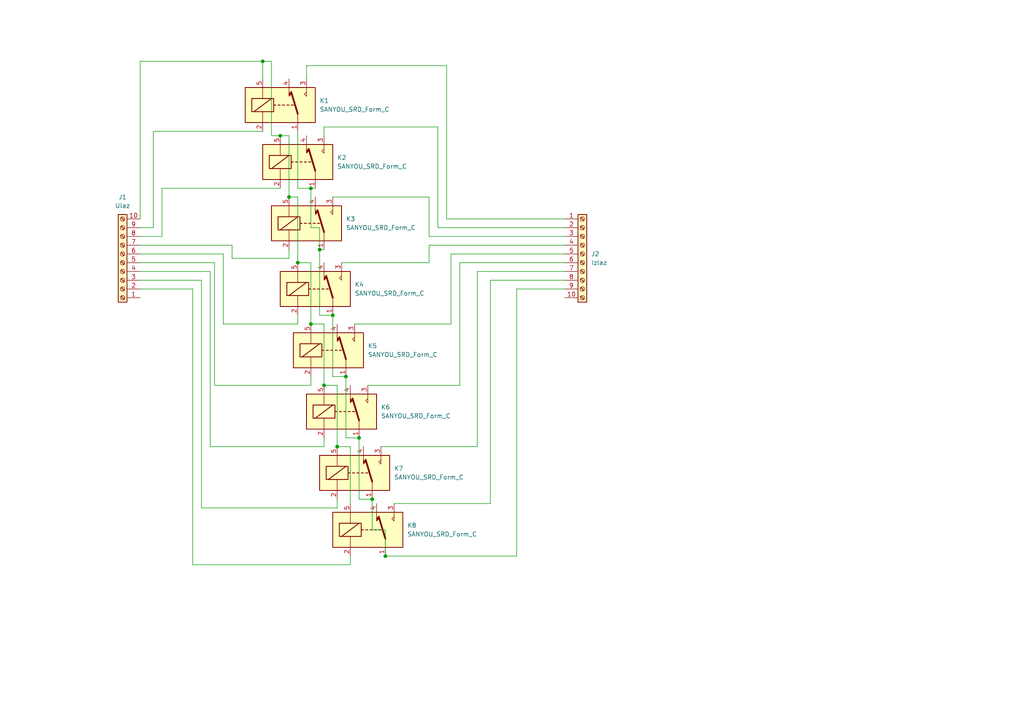
<source format=kicad_sch>
(kicad_sch (version 20230121) (generator eeschema)
  (paper "A4")
  (lib_symbols
    (symbol "Connector:Screw_Terminal_01x10" (pin_names (offset 1.016) hide)
      (property "Reference" "J" (at 0 12.7 0))
      (property "Value" "Screw_Terminal_01x10" (at 0 -15.24 0))
      (symbol "Screw_Terminal_01x10_1_1"
        (rectangle (start -1.27 11.43) (end 1.27 -13.97) (stroke (width 0.254)) (fill (type background)))
        (circle (center 0 -12.7) (radius 0.635) (stroke (width 0.1524)))
        (circle (center 0 -10.16) (radius 0.635) (stroke (width 0.1524)))
        (circle (center 0 -7.62) (radius 0.635) (stroke (width 0.1524)))
        (circle (center 0 -5.08) (radius 0.635) (stroke (width 0.1524)))
        (circle (center 0 -2.54) (radius 0.635) (stroke (width 0.1524)))
        (polyline (pts (xy -0.5334 -12.3698) (xy 0.3302 -13.208)) (stroke (width 0.1524)))
        (polyline (pts (xy -0.5334 -9.8298) (xy 0.3302 -10.668)) (stroke (width 0.1524)))
        (polyline (pts (xy -0.5334 -7.2898) (xy 0.3302 -8.128)) (stroke (width 0.1524)))
        (polyline (pts (xy -0.5334 -4.7498) (xy 0.3302 -5.588)) (stroke (width 0.1524)))
        (polyline (pts (xy -0.5334 -2.2098) (xy 0.3302 -3.048)) (stroke (width 0.1524)))
        (polyline (pts (xy -0.5334 0.3302) (xy 0.3302 -0.508)) (stroke (width 0.1524)))
        (polyline (pts (xy -0.5334 2.8702) (xy 0.3302 2.032)) (stroke (width 0.1524)))
        (polyline (pts (xy -0.5334 5.4102) (xy 0.3302 4.572)) (stroke (width 0.1524)))
        (polyline (pts (xy -0.5334 7.9502) (xy 0.3302 7.112)) (stroke (width 0.1524)))
        (polyline (pts (xy -0.5334 10.4902) (xy 0.3302 9.652)) (stroke (width 0.1524)))
        (polyline (pts (xy -0.3556 -12.192) (xy 0.508 -13.0302)) (stroke (width 0.1524)))
        (polyline (pts (xy -0.3556 -9.652) (xy 0.508 -10.4902)) (stroke (width 0.1524)))
        (polyline (pts (xy -0.3556 -7.112) (xy 0.508 -7.9502)) (stroke (width 0.1524)))
        (polyline (pts (xy -0.3556 -4.572) (xy 0.508 -5.4102)) (stroke (width 0.1524)))
        (polyline (pts (xy -0.3556 -2.032) (xy 0.508 -2.8702)) (stroke (width 0.1524)))
        (polyline (pts (xy -0.3556 0.508) (xy 0.508 -0.3302)) (stroke (width 0.1524)))
        (polyline (pts (xy -0.3556 3.048) (xy 0.508 2.2098)) (stroke (width 0.1524)))
        (polyline (pts (xy -0.3556 5.588) (xy 0.508 4.7498)) (stroke (width 0.1524)))
        (polyline (pts (xy -0.3556 8.128) (xy 0.508 7.2898)) (stroke (width 0.1524)))
        (polyline (pts (xy -0.3556 10.668) (xy 0.508 9.8298)) (stroke (width 0.1524)))
        (circle (center 0 0) (radius 0.635) (stroke (width 0.1524)))
        (circle (center 0 2.54) (radius 0.635) (stroke (width 0.1524)))
        (circle (center 0 5.08) (radius 0.635) (stroke (width 0.1524)))
        (circle (center 0 7.62) (radius 0.635) (stroke (width 0.1524)))
        (circle (center 0 10.16) (radius 0.635) (stroke (width 0.1524)))
        (pin passive line (at -5.08 10.16 0) (length 3.81) (name "Pin_1") (number "1"))
        (pin passive line (at -5.08 -12.7 0) (length 3.81) (name "Pin_10") (number "10"))
        (pin passive line (at -5.08 7.62 0) (length 3.81) (name "Pin_2") (number "2"))
        (pin passive line (at -5.08 5.08 0) (length 3.81) (name "Pin_3") (number "3"))
        (pin passive line (at -5.08 2.54 0) (length 3.81) (name "Pin_4") (number "4"))
        (pin passive line (at -5.08 0 0) (length 3.81) (name "Pin_5") (number "5"))
        (pin passive line (at -5.08 -2.54 0) (length 3.81) (name "Pin_6") (number "6"))
        (pin passive line (at -5.08 -5.08 0) (length 3.81) (name "Pin_7") (number "7"))
        (pin passive line (at -5.08 -7.62 0) (length 3.81) (name "Pin_8") (number "8"))
        (pin passive line (at -5.08 -10.16 0) (length 3.81) (name "Pin_9") (number "9"))
      )
    )
    (symbol "Relay:SANYOU_SRD_Form_C"
      (property "Reference" "K" (at 11.43 3.81 0))
      (property "Value" "SANYOU_SRD_Form_C" (at 11.43 1.27 0))
      (symbol "SANYOU_SRD_Form_C_0_0"
        (polyline (pts (xy 7.62 5.08) (xy 7.62 2.54) (xy 6.985 3.175) (xy 7.62 3.81)))
      )
      (symbol "SANYOU_SRD_Form_C_0_1"
        (rectangle (start -10.16 5.08) (end 10.16 -5.08) (stroke (width 0.254)) (fill (type background)))
        (rectangle (start -8.255 1.905) (end -1.905 -1.905) (stroke (width 0.254)))
        (polyline (pts (xy -7.62 -1.905) (xy -2.54 1.905)) (stroke (width 0.254)))
        (polyline (pts (xy -5.08 -5.08) (xy -5.08 -1.905)))
        (polyline (pts (xy -5.08 5.08) (xy -5.08 1.905)))
        (polyline (pts (xy -1.905 0) (xy -1.27 0)) (stroke (width 0.254)))
        (polyline (pts (xy -0.635 0) (xy 0 0)) (stroke (width 0.254)))
        (polyline (pts (xy 0.635 0) (xy 1.27 0)) (stroke (width 0.254)))
        (polyline (pts (xy 1.905 0) (xy 2.54 0)) (stroke (width 0.254)))
        (polyline (pts (xy 3.175 0) (xy 3.81 0)) (stroke (width 0.254)))
        (polyline (pts (xy 5.08 -2.54) (xy 3.175 3.81)) (stroke (width 0.508)))
        (polyline (pts (xy 5.08 -2.54) (xy 5.08 -5.08)))
      )
      (symbol "SANYOU_SRD_Form_C_1_1"
        (polyline (pts (xy 2.54 3.81) (xy 3.175 3.175) (xy 2.54 2.54) (xy 2.54 5.08)) (fill (type outline)))
        (pin passive line (at 5.08 -7.62 90) (length 2.54) (name "~") (number "1"))
        (pin passive line (at -5.08 -7.62 90) (length 2.54) (name "~") (number "2"))
        (pin passive line (at 7.62 7.62 270) (length 2.54) (name "~") (number "3"))
        (pin passive line (at 2.54 7.62 270) (length 2.54) (name "~") (number "4"))
        (pin passive line (at -5.08 7.62 270) (length 2.54) (name "~") (number "5"))
      )
    )
  )
  (junction (at 107.95 144.78))
  (junction (at 97.79 129.54))
  (junction (at 83.82 57.15))
  (junction (at 81.28 39.37))
  (junction (at 104.14 127))
  (junction (at 93.98 111.76))
  (junction (at 76.2 17.78))
  (junction (at 90.17 93.98))
  (junction (at 100.33 109.22))
  (junction (at 111.76 161.29))
  (junction (at 92.71 72.39))
  (junction (at 90.17 54.61))
  (junction (at 86.36 76.2))
  (junction (at 96.52 91.44))
  (wire (pts (xy 83.82 74.93) (xy 67.31 74.93)))
  (wire (pts (xy 86.36 76.2) (xy 90.17 76.2)))
  (wire (pts (xy 40.64 73.66) (xy 64.77 73.66)))
  (wire (pts (xy 78.74 17.78) (xy 78.74 39.37)))
  (wire (pts (xy 58.42 81.28) (xy 58.42 147.32)))
  (wire (pts (xy 46.99 68.58) (xy 46.99 54.61)))
  (wire (pts (xy 81.28 39.37) (xy 83.82 39.37)))
  (wire (pts (xy 102.87 93.98) (xy 130.81 93.98)))
  (wire (pts (xy 55.88 83.82) (xy 40.64 83.82)))
  (wire (pts (xy 88.9 22.86) (xy 88.9 19.05)))
  (wire (pts (xy 111.76 161.29) (xy 149.86 161.29)))
  (wire (pts (xy 97.79 147.32) (xy 97.79 144.78)))
  (wire (pts (xy 64.77 93.98) (xy 86.36 93.98)))
  (wire (pts (xy 62.23 111.76) (xy 90.17 111.76)))
  (wire (pts (xy 55.88 163.83) (xy 55.88 83.82)))
  (wire (pts (xy 96.52 91.44) (xy 96.52 109.22)))
  (wire (pts (xy 92.71 91.44) (xy 92.71 72.39)))
  (wire (pts (xy 92.71 72.39) (xy 92.71 66.04)))
  (wire (pts (xy 93.98 36.83) (xy 127 36.83)))
  (wire (pts (xy 124.46 71.12) (xy 124.46 76.2)))
  (wire (pts (xy 40.64 78.74) (xy 60.96 78.74)))
  (wire (pts (xy 163.83 78.74) (xy 138.43 78.74)))
  (wire (pts (xy 100.33 109.22) (xy 96.52 109.22)))
  (wire (pts (xy 40.64 81.28) (xy 58.42 81.28)))
  (wire (pts (xy 40.64 63.5) (xy 40.64 17.78)))
  (wire (pts (xy 111.76 153.67) (xy 107.95 153.67)))
  (wire (pts (xy 133.35 76.2) (xy 133.35 111.76)))
  (wire (pts (xy 86.36 57.15) (xy 86.36 76.2)))
  (wire (pts (xy 163.83 68.58) (xy 124.46 68.58)))
  (wire (pts (xy 163.83 66.04) (xy 127 66.04)))
  (wire (pts (xy 138.43 78.74) (xy 138.43 129.54)))
  (wire (pts (xy 60.96 129.54) (xy 93.98 129.54)))
  (wire (pts (xy 97.79 111.76) (xy 97.79 129.54)))
  (wire (pts (xy 58.42 147.32) (xy 97.79 147.32)))
  (wire (pts (xy 83.82 57.15) (xy 86.36 57.15)))
  (wire (pts (xy 104.14 127) (xy 100.33 127)))
  (wire (pts (xy 40.64 76.2) (xy 62.23 76.2)))
  (wire (pts (xy 92.71 72.39) (xy 93.98 72.39)))
  (wire (pts (xy 40.64 17.78) (xy 76.2 17.78)))
  (wire (pts (xy 107.95 153.67) (xy 107.95 144.78)))
  (wire (pts (xy 104.14 144.78) (xy 104.14 127)))
  (wire (pts (xy 62.23 76.2) (xy 62.23 111.76)))
  (wire (pts (xy 96.52 57.15) (xy 124.46 57.15)))
  (wire (pts (xy 101.6 129.54) (xy 101.6 146.05)))
  (wire (pts (xy 90.17 66.04) (xy 90.17 54.61)))
  (wire (pts (xy 76.2 17.78) (xy 76.2 22.86)))
  (wire (pts (xy 64.77 73.66) (xy 64.77 93.98)))
  (wire (pts (xy 127 66.04) (xy 127 36.83)))
  (wire (pts (xy 88.9 19.05) (xy 129.54 19.05)))
  (wire (pts (xy 106.68 111.76) (xy 133.35 111.76)))
  (wire (pts (xy 90.17 111.76) (xy 90.17 109.22)))
  (wire (pts (xy 107.95 144.78) (xy 104.14 144.78)))
  (wire (pts (xy 86.36 93.98) (xy 86.36 91.44)))
  (wire (pts (xy 130.81 73.66) (xy 130.81 93.98)))
  (wire (pts (xy 90.17 93.98) (xy 93.98 93.98)))
  (wire (pts (xy 93.98 39.37) (xy 93.98 36.83)))
  (wire (pts (xy 90.17 76.2) (xy 90.17 93.98)))
  (wire (pts (xy 124.46 68.58) (xy 124.46 57.15)))
  (wire (pts (xy 76.2 38.1) (xy 44.45 38.1)))
  (wire (pts (xy 92.71 66.04) (xy 90.17 66.04)))
  (wire (pts (xy 90.17 54.61) (xy 91.44 54.61)))
  (wire (pts (xy 149.86 83.82) (xy 163.83 83.82)))
  (wire (pts (xy 130.81 73.66) (xy 163.83 73.66)))
  (wire (pts (xy 142.24 81.28) (xy 163.83 81.28)))
  (wire (pts (xy 83.82 39.37) (xy 83.82 57.15)))
  (wire (pts (xy 93.98 111.76) (xy 97.79 111.76)))
  (wire (pts (xy 76.2 17.78) (xy 78.74 17.78)))
  (wire (pts (xy 90.17 54.61) (xy 86.36 54.61)))
  (wire (pts (xy 114.3 146.05) (xy 142.24 146.05)))
  (wire (pts (xy 78.74 39.37) (xy 81.28 39.37)))
  (wire (pts (xy 96.52 91.44) (xy 92.71 91.44)))
  (wire (pts (xy 86.36 54.61) (xy 86.36 38.1)))
  (wire (pts (xy 129.54 63.5) (xy 163.83 63.5)))
  (wire (pts (xy 67.31 74.93) (xy 67.31 71.12)))
  (wire (pts (xy 100.33 127) (xy 100.33 109.22)))
  (wire (pts (xy 40.64 68.58) (xy 46.99 68.58)))
  (wire (pts (xy 83.82 72.39) (xy 83.82 74.93)))
  (wire (pts (xy 163.83 71.12) (xy 124.46 71.12)))
  (wire (pts (xy 44.45 38.1) (xy 44.45 66.04)))
  (wire (pts (xy 44.45 66.04) (xy 40.64 66.04)))
  (wire (pts (xy 111.76 161.29) (xy 111.76 153.67)))
  (wire (pts (xy 60.96 78.74) (xy 60.96 129.54)))
  (wire (pts (xy 110.49 129.54) (xy 138.43 129.54)))
  (wire (pts (xy 149.86 83.82) (xy 149.86 161.29)))
  (wire (pts (xy 93.98 129.54) (xy 93.98 127)))
  (wire (pts (xy 67.31 71.12) (xy 40.64 71.12)))
  (wire (pts (xy 46.99 54.61) (xy 81.28 54.61)))
  (wire (pts (xy 101.6 161.29) (xy 101.6 163.83)))
  (wire (pts (xy 142.24 81.28) (xy 142.24 146.05)))
  (wire (pts (xy 129.54 19.05) (xy 129.54 63.5)))
  (wire (pts (xy 101.6 163.83) (xy 55.88 163.83)))
  (wire (pts (xy 93.98 93.98) (xy 93.98 111.76)))
  (wire (pts (xy 97.79 129.54) (xy 101.6 129.54)))
  (wire (pts (xy 163.83 76.2) (xy 133.35 76.2)))
  (wire (pts (xy 99.06 76.2) (xy 124.46 76.2)))
  (symbol (lib_id "Relay:SANYOU_SRD_Form_C") (at 102.87 137.16 0) (unit 1)
    (property "Reference" "K7" (at 114.3 135.89 0) (effects (justify left)))
    (property "Value" "SANYOU_SRD_Form_C" (at 114.3 138.43 0) (effects (justify left)))
    (property "Footprint" "Relay_THT:Relay_SPDT_SANYOU_SRD_Series_Form_C" (effects hide))
    (property "Datasheet" "http://www.sanyourelay.ca/public/products/pdf/SRD.pdf" (effects hide))
  )
  (symbol (lib_id "Relay:SANYOU_SRD_Form_C") (at 106.68 153.67 0) (unit 1)
    (property "Reference" "K8" (at 118.11 152.4 0) (effects (justify left)))
    (property "Value" "SANYOU_SRD_Form_C" (at 118.11 154.94 0) (effects (justify left)))
    (property "Footprint" "Relay_THT:Relay_SPDT_SANYOU_SRD_Series_Form_C" (effects hide))
    (property "Datasheet" "http://www.sanyourelay.ca/public/products/pdf/SRD.pdf" (effects hide))
  )
  (symbol (lib_id "Relay:SANYOU_SRD_Form_C") (at 86.36 46.99 0) (unit 1)
    (property "Reference" "K2" (at 97.79 45.72 0) (effects (justify left)))
    (property "Value" "SANYOU_SRD_Form_C" (at 97.79 48.26 0) (effects (justify left)))
    (property "Footprint" "Relay_THT:Relay_SPDT_SANYOU_SRD_Series_Form_C" (effects hide))
    (property "Datasheet" "http://www.sanyourelay.ca/public/products/pdf/SRD.pdf" (effects hide))
  )
  (symbol (lib_id "Connector:Screw_Terminal_01x10") (at 35.56 76.2 180) (unit 1)
    (property "Reference" "J1" (at 35.56 57.15 0))
    (property "Value" "Ulaz" (at 35.56 59.69 0))
    (property "Footprint" "TerminalBlock_Phoenix:TerminalBlock_Phoenix_MKDS-1,5-10_1x10_P5.00mm_Horizontal" (effects hide))
  )
  (symbol (lib_id "Relay:SANYOU_SRD_Form_C") (at 81.28 30.48 0) (unit 1)
    (property "Reference" "K1" (at 92.71 29.21 0) (effects (justify left)))
    (property "Value" "SANYOU_SRD_Form_C" (at 92.71 31.75 0) (effects (justify left)))
    (property "Footprint" "Relay_THT:Relay_SPDT_SANYOU_SRD_Series_Form_C" (effects hide))
    (property "Datasheet" "http://www.sanyourelay.ca/public/products/pdf/SRD.pdf" (effects hide))
  )
  (symbol (lib_id "Connector:Screw_Terminal_01x10") (at 168.91 73.66 0) (unit 1)
    (property "Reference" "J2" (at 171.45 73.66 0) (effects (justify left)))
    (property "Value" "Izlaz" (at 171.45 76.2 0) (effects (justify left)))
    (property "Footprint" "TerminalBlock_Phoenix:TerminalBlock_Phoenix_MKDS-1,5-10_1x10_P5.00mm_Horizontal" (effects hide))
  )
  (symbol (lib_id "Relay:SANYOU_SRD_Form_C") (at 95.25 101.6 0) (unit 1)
    (property "Reference" "K5" (at 106.68 100.33 0) (effects (justify left)))
    (property "Value" "SANYOU_SRD_Form_C" (at 106.68 102.87 0) (effects (justify left)))
    (property "Footprint" "Relay_THT:Relay_SPDT_SANYOU_SRD_Series_Form_C" (effects hide))
    (property "Datasheet" "http://www.sanyourelay.ca/public/products/pdf/SRD.pdf" (effects hide))
  )
  (symbol (lib_id "Relay:SANYOU_SRD_Form_C") (at 91.44 83.82 0) (unit 1)
    (property "Reference" "K4" (at 102.87 82.55 0) (effects (justify left)))
    (property "Value" "SANYOU_SRD_Form_C" (at 102.87 85.09 0) (effects (justify left)))
    (property "Footprint" "Relay_THT:Relay_SPDT_SANYOU_SRD_Series_Form_C" (effects hide))
    (property "Datasheet" "http://www.sanyourelay.ca/public/products/pdf/SRD.pdf" (effects hide))
  )
  (symbol (lib_id "Relay:SANYOU_SRD_Form_C") (at 88.9 64.77 0) (unit 1)
    (property "Reference" "K3" (at 100.33 63.5 0) (effects (justify left)))
    (property "Value" "SANYOU_SRD_Form_C" (at 100.33 66.04 0) (effects (justify left)))
    (property "Footprint" "Relay_THT:Relay_SPDT_SANYOU_SRD_Series_Form_C" (effects hide))
    (property "Datasheet" "http://www.sanyourelay.ca/public/products/pdf/SRD.pdf" (effects hide))
  )
  (symbol (lib_id "Relay:SANYOU_SRD_Form_C") (at 99.06 119.38 0) (unit 1)
    (property "Reference" "K6" (at 110.49 118.11 0) (effects (justify left)))
    (property "Value" "SANYOU_SRD_Form_C" (at 110.49 120.65 0) (effects (justify left)))
    (property "Footprint" "Relay_THT:Relay_SPDT_SANYOU_SRD_Series_Form_C" (effects hide))
    (property "Datasheet" "http://www.sanyourelay.ca/public/products/pdf/SRD.pdf" (effects hide))
  )
)
</source>
